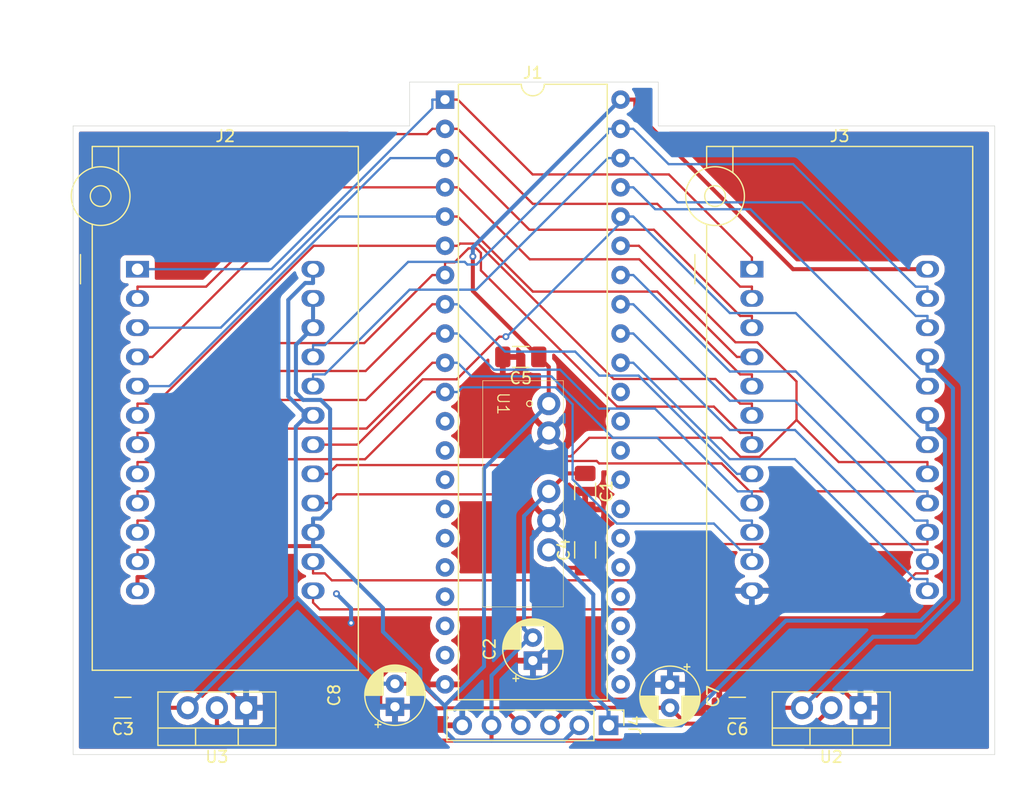
<source format=kicad_pcb>
(kicad_pcb (version 20240108) (generator "pcbnew") (generator_version "8.0")
  (layers (0 "F.Cu" signal) (31 "B.Cu" signal) (34 "B.Paste" user) (35 "F.Paste" user) (36 "B.SilkS" user "B.Silkscreen") (37 "F.SilkS" user "F.Silkscreen") (38 "B.Mask" user) (39 "F.Mask" user) (44 "Edge.Cuts" user))
  (net 0 "")
  (net 1 "GND")
  (net 2 "-12V")
  (net 3 "-9V")
  (net 4 "+12V")
  (net 5 "VCC")
  (net 6 "-5V")
  (net 7 "/ZIF_16")
  (net 8 "/ZIF_40")
  (net 9 "/ZIF_20")
  (net 10 "/ZIF_8")
  (net 11 "/ZIF_13")
  (net 12 "/ZIF_27")
  (net 13 "/ZIF_23")
  (net 14 "/ZIF_1")
  (net 15 "/ZIF_22")
  (net 16 "/ZIF_37")
  (net 17 "/ZIF_18")
  (net 18 "/ZIF_28")
  (net 19 "/ZIF_17")
  (net 20 "/ZIF_9")
  (net 21 "/ZIF_11")
  (net 22 "/ZIF_4")
  (net 23 "/ZIF_14")
  (net 24 "/ZIF_7")
  (net 25 "/ZIF_26")
  (net 26 "/ZIF_31")
  (net 27 "/ZIF_35")
  (net 28 "/ZIF_19")
  (net 29 "/ZIF_30")
  (net 30 "/ZIF_6")
  (net 31 "/ZIF_38")
  (net 32 "/ZIF_29")
  (net 33 "/ZIF_15")
  (net 34 "/ZIF_39")
  (net 35 "/ZIF_32")
  (net 36 "/ZIF_41")
  (net 37 "/ZIF_12")
  (net 38 "/ZIF_5")
  (net 39 "/ZIF_36")
  (net 40 "/ZIF_34")
  (net 41 "/ZIF_33")
  (net 42 "/ZIF_10")
  (net 43 "/ZIF_3")
  (net 44 "/ZIF_24")
  (net 45 "/ZIF_25")
  (net 46 "/ZIF_2")
  (footprint "Package_TO_SOT_THT:TO-220-3_Vertical" (layer "F.Cu") (at 119.1605 92.456 180)
    (property "Reference" "U2")
    (property "Value" "LM7905_TO220")
  )
  (footprint "Capacitor_SMD:C_1206_3216Metric_Pad1.33x1.80mm_HandSolder" (layer "F.Cu") (at 95.25 78.74 90)
    (property "Reference" "C4")
    (property "Value" "100nF")
  )
  (footprint "Socket:DIP_Socket-24_W11.9_W12.7_W15.24_W17.78_W18.5_3M_224-1275-00-0602J" (layer "F.Cu") (at 56.388 54.356)
    (property "Reference" "J2")
    (property "Value" "1702A")
  )
  (footprint "Package_DIP:DIP-42_W15.24mm" (layer "F.Cu") (at 83.0875 39.624)
    (property "Reference" "J1")
    (property "Value" "dupico connector")
  )
  (footprint "Package_TO_SOT_THT:TO-220-3_Vertical" (layer "F.Cu") (at 65.8205 92.456 180)
    (property "Reference" "U3")
    (property "Value" "LM7909_TO220")
  )
  (footprint "Capacitor_THT:CP_Radial_D5.0mm_P2.00mm" (layer "F.Cu") (at 78.74 92.3662 90)
    (property "Reference" "C8")
    (property "Value" "10uF")
  )
  (footprint "Socket:DIP_Socket-24_W11.9_W12.7_W15.24_W17.78_W18.5_3M_224-1275-00-0602J" (layer "F.Cu") (at 109.728 54.356)
    (property "Reference" "J3")
    (property "Value" "2708")
  )
  (footprint "Capacitor_THT:CP_Radial_D5.0mm_P2.00mm" (layer "F.Cu") (at 90.7125 88.36 90)
    (property "Reference" "C2")
    (property "Value" "47uF")
  )
  (footprint "Capacitor_SMD:C_1206_3216Metric_Pad1.33x1.80mm_HandSolder" (layer "F.Cu") (at 55.118 92.456 180)
    (property "Reference" "C3")
    (property "Value" "100nF")
  )
  (footprint "Custom_Power_Footprint:Recom_SIP6" (layer "F.Cu") (at 87.63 66.04 -90)
    (property "Reference" "U1")
    (property "Value" "RD-0512D")
  )
  (footprint "Capacitor_SMD:C_1206_3216Metric_Pad1.33x1.80mm_HandSolder" (layer "F.Cu") (at 95.25 73.66 -90)
    (property "Reference" "C1")
    (property "Value" "100nF")
  )
  (footprint "Capacitor_THT:CP_Radial_D5.0mm_P2.00mm" (layer "F.Cu") (at 102.616 90.456 -90)
    (property "Reference" "C7")
    (property "Value" "10uF")
  )
  (footprint "Capacitor_SMD:C_1206_3216Metric_Pad1.33x1.80mm_HandSolder" (layer "F.Cu") (at 108.458 92.456 180)
    (property "Reference" "C6")
    (property "Value" "100nF")
  )
  (footprint "Connector_PinHeader_2.54mm:PinHeader_1x06_P2.54mm_Vertical" (layer "F.Cu") (at 97.282 93.98 -90)
    (property "Reference" "J4")
    (property "Value" "Conn_01x06")
  )
  (footprint "Capacitor_SMD:C_1206_3216Metric_Pad1.33x1.80mm_HandSolder" (layer "F.Cu") (at 89.662 61.976 180)
    (property "Reference" "C5")
    (property "Value" "100nF")
  )
  (gr_line (start 80.01 41.91) (end 50.8 41.91) (stroke (width 0.05)) (layer "Edge.Cuts"))
  (gr_line (start 130.81 41.91) (end 101.6 41.91) (stroke (width 0.05)) (layer "Edge.Cuts"))
  (gr_line (start 130.81 96.52) (end 130.81 41.91) (stroke (width 0.05)) (layer "Edge.Cuts"))
  (gr_line (start 101.6 38.1) (end 80.01 38.1) (stroke (width 0.05)) (layer "Edge.Cuts"))
  (gr_line (start 50.8 41.91) (end 50.8 96.52) (stroke (width 0.05)) (layer "Edge.Cuts"))
  (gr_line (start 50.8 96.52) (end 130.81 96.52) (stroke (width 0.05)) (layer "Edge.Cuts"))
  (gr_line (start 80.01 38.1) (end 80.01 41.91) (stroke (width 0.05)) (layer "Edge.Cuts"))
  (gr_line (start 101.6 41.91) (end 101.6 38.1) (stroke (width 0.05)) (layer "Edge.Cuts"))
  (segment (start 78.2396 89.0589) (end 77.4633 89.8352) (width 0.35) (layer "F.Cu") (net 1))
  (segment (start 53.5555 92.456) (end 55.0467 90.9648) (width 0.35) (layer "F.Cu") (net 1))
  (segment (start 88.0995 64.5895) (end 92.09 68.58) (width 0.35) (layer "F.Cu") (net 1))
  (segment (start 78.74 92.3662) (end 80.0167 92.3662) (width 0.35) (layer "F.Cu") (net 1))
  (segment (start 67.341 92.3647) (end 67.2497 92.456) (width 0.35) (layer "F.Cu") (net 1))
  (segment (start 87.3718 90.424) (end 83.0875 90.424) (width 0.35) (layer "F.Cu") (net 1))
  (segment (start 90.7125 88.36) (end 89.4358 88.36) (width 0.35) (layer "F.Cu") (net 1))
  (segment (start 65.8205 92.456) (end 67.2497 92.456) (width 0.35) (layer "F.Cu") (net 1))
  (segment (start 77.4633 91.44) (end 77.4633 87.6233) (width 0.35) (layer "F.Cu") (net 1))
  (segment (start 80.4457 89.0589) (end 78.2396 89.0589) (width 0.35) (layer "F.Cu") (net 1))
  (segment (start 102.616 90.456) (end 101.3393 90.456) (width 0.35) (layer "F.Cu") (net 1))
  (segment (start 89.4358 88.36) (end 87.3718 90.424) (width 0.35) (layer "F.Cu") (net 1))
  (segment (start 95.25 75.2225) (end 95.25 77.1775) (width 0.35) (layer "F.Cu") (net 1))
  (segment (start 55.0467 90.9648) (end 64.3293 90.9648) (width 0.35) (layer "F.Cu") (net 1))
  (segment (start 77.4633 91.44) (end 77.4633 92.3647) (width 0.35) (layer "F.Cu") (net 1))
  (segment (start 106.8955 90.881) (end 106.8955 92.456) (width 0.35) (layer "F.Cu") (net 1))
  (segment (start 77.4633 92.3647) (end 77.4648 92.3662) (width 0.35) (layer "F.Cu") (net 1))
  (segment (start 84.582 93.98) (end 81.6305 93.98) (width 0.35) (layer "F.Cu") (net 1))
  (segment (start 77.4633 89.8352) (end 77.4633 91.44) (width 0.35) (layer "F.Cu") (net 1))
  (segment (start 64.3293 90.9648) (end 65.8205 92.456) (width 0.35) (layer "F.Cu") (net 1))
  (segment (start 90.7125 88.36) (end 91.9892 88.36) (width 0.35) (layer "F.Cu") (net 1))
  (segment (start 101.3393 90.456) (end 100.0428 91.7525) (width 0.35) (layer "F.Cu") (net 1))
  (segment (start 106.4705 90.456) (end 106.8955 90.881) (width 0.35) (layer "F.Cu") (net 1))
  (segment (start 117.5855 90.881) (end 119.1605 92.456) (width 0.35) (layer "F.Cu") (net 1))
  (segment (start 77.4633 92.3647) (end 67.341 92.3647) (width 0.35) (layer "F.Cu") (net 1))
  (segment (start 81.8108 90.424) (end 80.4457 89.0589) (width 0.35) (layer "F.Cu") (net 1))
  (segment (start 95.3817 91.7525) (end 91.9892 88.36) (width 0.35) (layer "F.Cu") (net 1))
  (segment (start 77.4633 87.6233) (end 74.93 85.09) (width 0.35) (layer "F.Cu") (net 1))
  (segment (start 106.8955 90.881) (end 117.5855 90.881) (width 0.35) (layer "F.Cu") (net 1))
  (segment (start 93.0675 75.2225) (end 92.09 76.2) (width 0.35) (layer "F.Cu") (net 1))
  (segment (start 95.25 75.2225) (end 93.0675 75.2225) (width 0.35) (layer "F.Cu") (net 1))
  (segment (start 88.0995 61.976) (end 88.0995 64.5895) (width 0.35) (layer "F.Cu") (net 1))
  (segment (start 83.0875 90.424) (end 81.8108 90.424) (width 0.35) (layer "F.Cu") (net 1))
  (segment (start 78.74 92.3662) (end 77.4648 92.3662) (width 0.35) (layer "F.Cu") (net 1))
  (segment (start 102.616 90.456) (end 106.4705 90.456) (width 0.35) (layer "F.Cu") (net 1))
  (segment (start 81.6305 93.98) (end 80.0167 92.3662) (width 0.35) (layer "F.Cu") (net 1))
  (segment (start 100.0428 91.7525) (end 95.3817 91.7525) (width 0.35) (layer "F.Cu") (net 1))
  (via (at 74.93 85.09) (size 0.6) (drill 0.3) (layers "F.Cu" "B.Cu") (net 1))
  (via (at 73.66 82.55) (size 0.6) (drill 0.3) (layers "F.Cu" "B.Cu") (net 1))
  (segment (start 74.93 83.82) (end 73.66 82.55) (width 0.35) (layer "B.Cu") (net 1))
  (segment (start 93.5855 74.7045) (end 92.09 76.2) (width 0.35) (layer "B.Cu") (net 1))
  (segment (start 74.93 85.09) (end 74.93 83.82) (width 0.35) (layer "B.Cu") (net 1))
  (segment (start 102.616 90.456) (end 102.616 89.1793) (width 0.35) (layer "B.Cu") (net 1))
  (segment (start 90.6124 83.1362) (end 90.6124 77.6776) (width 0.35) (layer "B.Cu") (net 1))
  (segment (start 90.7125 88.36) (end 92.0208 87.0517) (width 0.35) (layer "B.Cu") (net 1))
  (segment (start 92.09 68.58) (end 93.5855 70.0755) (width 0.35) (layer "B.Cu") (net 1))
  (segment (start 104.0414 89.1793) (end 109.728 83.4927) (width 0.35) (layer "B.Cu") (net 1))
  (segment (start 102.616 89.1793) (end 104.0414 89.1793) (width 0.35) (layer "B.Cu") (net 1))
  (segment (start 92.0208 84.5446) (end 90.6124 83.1362) (width 0.35) (layer "B.Cu") (net 1))
  (segment (start 92.0208 87.0517) (end 92.0208 84.5446) (width 0.35) (layer "B.Cu") (net 1))
  (segment (start 93.5855 70.0755) (end 93.5855 74.7045) (width 0.35) (layer "B.Cu") (net 1))
  (segment (start 109.728 82.296) (end 109.728 83.4927) (width 0.35) (layer "B.Cu") (net 1))
  (segment (start 90.6124 77.6776) (end 92.09 76.2) (width 0.35) (layer "B.Cu") (net 1))
  (segment (start 113.7698 95.3067) (end 87.122 95.3067) (width 0.35) (layer "F.Cu") (net 2))
  (segment (start 63.2805 92.456) (end 63.2805 93.9327) (width 0.35) (layer "F.Cu") (net 2))
  (segment (start 87.122 95.3067) (end 64.6545 95.3067) (width 0.35) (layer "F.Cu") (net 2))
  (segment (start 87.122 93.98) (end 87.122 95.3067) (width 0.35) (layer "F.Cu") (net 2))
  (segment (start 64.6545 95.3067) (end 63.2805 93.9327) (width 0.35) (layer "F.Cu") (net 2))
  (segment (start 116.6205 92.456) (end 113.7698 95.3067) (width 0.35) (layer "F.Cu") (net 2))
  (segment (start 93.6525 72.0975) (end 92.09 73.66) (width 0.35) (layer "F.Cu") (net 2))
  (segment (start 95.25 72.0975) (end 93.6525 72.0975) (width 0.35) (layer "F.Cu") (net 2))
  (segment (start 90.5685 86.2159) (end 87.122 89.6624) (width 0.35) (layer "B.Cu") (net 2))
  (segment (start 87.122 93.98) (end 87.122 92.6533) (width 0.35) (layer "B.Cu") (net 2))
  (segment (start 92.09 73.66) (end 89.9443 75.8057) (width 0.35) (layer "B.Cu") (net 2))
  (segment (start 89.9443 75.8057) (end 89.9443 85.5918) (width 0.35) (layer "B.Cu") (net 2))
  (segment (start 87.122 89.6624) (end 87.122 92.6533) (width 0.35) (layer "B.Cu") (net 2))
  (segment (start 89.9443 85.5918) (end 90.5685 86.2159) (width 0.35) (layer "B.Cu") (net 2))
  (segment (start 90.5685 86.2159) (end 90.7125 86.36) (width 0.35) (layer "B.Cu") (net 2))
  (segment (start 88.1833 92.5013) (end 89.662 93.98) (width 0.35) (layer "F.Cu") (net 3))
  (segment (start 78.74 90.3662) (end 79.8536 90.3662) (width 0.35) (layer "F.Cu") (net 3))
  (segment (start 81.9887 92.5013) (end 88.1833 92.5013) (width 0.35) (layer "F.Cu") (net 3))
  (segment (start 56.6805 92.456) (end 60.7405 92.456) (width 0.35) (layer "F.Cu") (net 3))
  (segment (start 79.8536 90.3662) (end 81.9887 92.5013) (width 0.35) (layer "F.Cu") (net 3))
  (segment (start 69.4773 57.0245) (end 69.4773 65.4201) (width 0.35) (layer "B.Cu") (net 3))
  (segment (start 70.1287 82.7825) (end 70.1287 68.0405) (width 0.35) (layer "B.Cu") (net 3))
  (segment (start 71.628 55.5527) (end 70.9491 55.5527) (width 0.35) (layer "B.Cu") (net 3))
  (segment (start 69.4773 65.4201) (end 71.1132 67.056) (width 0.35) (layer "B.Cu") (net 3))
  (segment (start 71.1132 67.056) (end 71.628 67.056) (width 0.35) (layer "B.Cu") (net 3))
  (segment (start 70.9491 55.5527) (end 69.4773 57.0245) (width 0.35) (layer "B.Cu") (net 3))
  (segment (start 70.2714 82.9251) (end 70.1287 82.7825) (width 0.35) (layer "B.Cu") (net 3))
  (segment (start 71.628 54.356) (end 71.628 55.5527) (width 0.35) (layer "B.Cu") (net 3))
  (segment (start 78.74 90.3662) (end 77.7124 90.3662) (width 0.35) (layer "B.Cu") (net 3))
  (segment (start 60.7405 92.456) (end 70.2714 82.9251) (width 0.35) (layer "B.Cu") (net 3))
  (segment (start 70.1287 68.0405) (end 71.1132 67.056) (width 0.35) (layer "B.Cu") (net 3))
  (segment (start 77.7124 90.3662) (end 70.2714 82.9251) (width 0.35) (layer "B.Cu") (net 3))
  (segment (start 95.25 80.3025) (end 93.6525 80.3025) (width 0.35) (layer "F.Cu") (net 4))
  (segment (start 93.6525 80.3025) (end 92.09 78.74) (width 0.35) (layer "F.Cu") (net 4))
  (segment (start 92.09 78.74) (end 95.9553 82.6053) (width 0.35) (layer "B.Cu") (net 4))
  (segment (start 124.3836 84.8841) (end 112.6821 84.8841) (width 0.35) (layer "B.Cu") (net 4))
  (segment (start 95.9553 82.6053) (end 95.9553 91.3266) (width 0.35) (layer "B.Cu") (net 4))
  (segment (start 126.4839 69.0955) (end 126.4839 82.7838) (width 0.35) (layer "B.Cu") (net 4))
  (segment (start 112.6821 84.8841) (end 103.5862 93.98) (width 0.35) (layer "B.Cu") (net 4))
  (segment (start 97.282 93.98) (end 97.282 92.6533) (width 0.35) (layer "B.Cu") (net 4))
  (segment (start 124.968 68.2527) (end 125.6411 68.2527) (width 0.35) (layer "B.Cu") (net 4))
  (segment (start 126.4839 82.7838) (end 124.3836 84.8841) (width 0.35) (layer "B.Cu") (net 4))
  (segment (start 124.968 67.056) (end 124.968 68.2527) (width 0.35) (layer "B.Cu") (net 4))
  (segment (start 125.6411 68.2527) (end 126.4839 69.0955) (width 0.35) (layer "B.Cu") (net 4))
  (segment (start 103.5862 93.98) (end 97.282 93.98) (width 0.35) (layer "B.Cu") (net 4))
  (segment (start 95.9553 91.3266) (end 97.282 92.6533) (width 0.35) (layer "B.Cu") (net 4))
  (segment (start 60.2713 78.4127) (end 57.5847 81.0993) (width 0.35) (layer "F.Cu") (net 5))
  (segment (start 99.6042 40.6613) (end 113.2989 54.356) (width 0.35) (layer "F.Cu") (net 5))
  (segment (start 99.6042 39.624) (end 99.6042 40.6613) (width 0.35) (layer "F.Cu") (net 5))
  (segment (start 85.5008 56.2495) (end 85.5008 53.2466) (width 0.35) (layer "F.Cu") (net 5))
  (segment (start 57.5847 81.0993) (end 56.388 81.0993) (width 0.35) (layer "F.Cu") (net 5))
  (segment (start 113.2989 54.356) (end 124.968 54.356) (width 0.35) (layer "F.Cu") (net 5))
  (segment (start 71.628 78.4127) (end 60.2713 78.4127) (width 0.35) (layer "F.Cu") (net 5))
  (segment (start 92.09 62.8415) (end 92.09 66.04) (width 0.35) (layer "F.Cu") (net 5))
  (segment (start 56.388 82.296) (end 56.388 81.0993) (width 0.35) (layer "F.Cu") (net 5))
  (segment (start 98.3275 39.624) (end 99.6042 39.624) (width 0.35) (layer "F.Cu") (net 5))
  (segment (start 91.2245 61.976) (end 91.2245 61.9732) (width 0.35) (layer "F.Cu") (net 5))
  (segment (start 91.2245 61.9732) (end 85.5008 56.2495) (width 0.35) (layer "F.Cu") (net 5))
  (segment (start 91.2245 61.976) (end 92.09 62.8415) (width 0.35) (layer "F.Cu") (net 5))
  (segment (start 71.628 77.216) (end 71.628 78.4127) (width 0.35) (layer "F.Cu") (net 5))
  (via (at 85.5008 53.2466) (size 0.6) (drill 0.3) (layers "F.Cu" "B.Cu") (net 5))
  (segment (start 72.297 65.7127) (end 70.772 65.7127) (width 0.35) (layer "B.Cu") (net 5))
  (segment (start 80.9427 90.1772) (end 80.9427 89.091) (width 0.35) (layer "B.Cu") (net 5))
  (segment (start 77.6952 85.8435) (end 77.6952 83.801) (width 0.35) (layer "B.Cu") (net 5))
  (segment (start 85.5008 52.4507) (end 85.5008 53.2466) (width 0.35) (layer "B.Cu") (net 5))
  (segment (start 83.0478 92.2822) (end 80.9427 90.1772) (width 0.35) (layer "B.Cu") (net 5))
  (segment (start 83.9335 95.3139) (end 83.1158 94.4962) (width 0.35) (layer "B.Cu") (net 5))
  (segment (start 83.0478 92.2822) (end 86.4703 88.8597) (width 0.35) (layer "B.Cu") (net 5))
  (segment (start 73.1086 75.2118) (end 73.1086 66.5243) (width 0.35) (layer "B.Cu") (net 5))
  (segment (start 71.628 76.0193) (end 72.3011 76.0193) (width 0.35) (layer "B.Cu") (net 5))
  (segment (start 72.3011 76.0193) (end 73.1086 75.2118) (width 0.35) (layer "B.Cu") (net 5))
  (segment (start 98.3275 39.624) (end 85.5008 52.4507) (width 0.35) (layer "B.Cu") (net 5))
  (segment (start 86.4703 88.8597) (end 86.4703 71.6597) (width 0.35) (layer "B.Cu") (net 5))
  (segment (start 93.4081 95.3139) (end 83.9335 95.3139) (width 0.35) (layer "B.Cu") (net 5))
  (segment (start 83.1158 92.3503) (end 83.0478 92.2822) (width 0.35) (layer "B.Cu") (net 5))
  (segment (start 70.772 65.7127) (end 70.1409 65.0816) (width 0.35) (layer "B.Cu") (net 5))
  (segment (start 72.3069 78.4127) (end 71.628 78.4127) (width 0.35) (layer "B.Cu") (net 5))
  (segment (start 73.1086 66.5243) (end 72.297 65.7127) (width 0.35) (layer "B.Cu") (net 5))
  (segment (start 83.1158 94.4962) (end 83.1158 92.3503) (width 0.35) (layer "B.Cu") (net 5))
  (segment (start 80.9427 89.091) (end 77.6952 85.8435) (width 0.35) (layer "B.Cu") (net 5))
  (segment (start 71.628 77.216) (end 71.628 78.4127) (width 0.35) (layer "B.Cu") (net 5))
  (segment (start 77.6952 83.801) (end 72.3069 78.4127) (width 0.35) (layer "B.Cu") (net 5))
  (segment (start 71.628 59.436) (end 71.628 56.896) (width 0.35) (layer "B.Cu") (net 5))
  (segment (start 86.4703 71.6597) (end 92.09 66.04) (width 0.35) (layer "B.Cu") (net 5))
  (segment (start 70.1409 65.0816) (end 70.1409 60.9231) (width 0.35) (layer "B.Cu") (net 5))
  (segment (start 70.1409 60.9231) (end 71.628 59.436) (width 0.35) (layer "B.Cu") (net 5))
  (segment (start 94.742 93.98) (end 93.4081 95.3139) (width 0.35) (layer "B.Cu") (net 5))
  (segment (start 71.628 77.216) (end 71.628 76.0193) (width 0.35) (layer "B.Cu") (net 5))
  (segment (start 110.0205 92.456) (end 112.6513 92.456) (width 0.35) (layer "F.Cu") (net 6))
  (segment (start 108.64 93.8365) (end 103.9965 93.8365) (width 0.35) (layer "F.Cu") (net 6))
  (segment (start 92.202 93.98) (end 93.726 92.456) (width 0.35) (layer "F.Cu") (net 6))
  (segment (start 93.726 92.456) (end 102.616 92.456) (width 0.35) (layer "F.Cu") (net 6))
  (segment (start 103.9965 93.8365) (end 102.616 92.456) (width 0.35) (layer "F.Cu") (net 6))
  (segment (start 110.0205 92.456) (end 108.64 93.8365) (width 0.35) (layer "F.Cu") (net 6))
  (segment (start 114.0805 92.456) (end 112.6513 92.456) (width 0.35) (layer "F.Cu") (net 6))
  (segment (start 120.2464 86.2901) (end 123.9138 86.2901) (width 0.35) (layer "B.Cu") (net 6))
  (segment (start 124.968 61.976) (end 124.968 63.1727) (width 0.35) (layer "B.Cu") (net 6))
  (segment (start 125.6469 63.1727) (end 124.968 63.1727) (width 0.35) (layer "B.Cu") (net 6))
  (segment (start 114.0805 92.456) (end 120.2464 86.2901) (width 0.35) (layer "B.Cu") (net 6))
  (segment (start 127.1804 64.7062) (end 125.6469 63.1727) (width 0.35) (layer "B.Cu") (net 6))
  (segment (start 127.1804 83.0235) (end 127.1804 64.7062) (width 0.35) (layer "B.Cu") (net 6))
  (segment (start 123.9138 86.2901) (end 127.1804 83.0235) (width 0.35) (layer "B.Cu") (net 6))
  (segment (start 98.3275 44.704) (end 99.4292 44.704) (width 0.2) (layer "B.Cu") (net 8))
  (segment (start 99.4292 44.704) (end 103.2726 48.5474) (width 0.2) (layer "B.Cu") (net 8))
  (segment (start 114.0794 48.5474) (end 123.9463 58.4143) (width 0.2) (layer "B.Cu") (net 8))
  (segment (start 97.2258 44.704) (end 85.7958 56.134) (width 0.2) (layer "B.Cu") (net 8))
  (segment (start 98.3275 44.704) (end 97.2258 44.704) (width 0.2) (layer "B.Cu") (net 8))
  (segment (start 80.01 56.134) (end 72.6497 63.4943) (width 0.2) (layer "B.Cu") (net 8))
  (segment (start 103.2726 48.5474) (end 114.0794 48.5474) (width 0.2) (layer "B.Cu") (net 8))
  (segment (start 124.968 59.436) (end 124.968 58.4143) (width 0.2) (layer "B.Cu") (net 8))
  (segment (start 85.7958 56.134) (end 80.01 56.134) (width 0.2) (layer "B.Cu") (net 8))
  (segment (start 72.6497 63.4943) (end 71.628 63.4943) (width 0.2) (layer "B.Cu") (net 8))
  (segment (start 71.628 64.516) (end 71.628 63.4943) (width 0.2) (layer "B.Cu") (net 8))
  (segment (start 123.9463 58.4143) (end 124.968 58.4143) (width 0.2) (layer "B.Cu") (net 8))
  (segment (start 83.0875 57.404) (end 81.9858 57.404) (width 0.2) (layer "F.Cu") (net 10))
  (segment (start 81.9858 57.404) (end 76.1927 63.1971) (width 0.2) (layer "F.Cu") (net 10))
  (segment (start 76.1927 63.1971) (end 65.3268 63.1971) (width 0.2) (layer "F.Cu") (net 10))
  (segment (start 65.3268 63.1971) (end 57.4096 71.1143) (width 0.2) (layer "F.Cu") (net 10))
  (segment (start 56.388 72.136) (end 56.388 71.1143) (width 0.2) (layer "F.Cu") (net 10))
  (segment (start 57.4096 71.1143) (end 56.388 71.1143) (width 0.2) (layer "F.Cu") (net 10))
  (segment (start 99.8909 63.6006) (end 108.4263 72.136) (width 0.2) (layer "B.Cu") (net 10))
  (segment (start 96.4724 63.6006) (end 99.8909 63.6006) (width 0.2) (layer "B.Cu") (net 10))
  (segment (start 83.0875 57.404) (end 84.1892 57.404) (width 0.2) (layer "B.Cu") (net 10))
  (segment (start 109.728 72.136) (end 108.4263 72.136) (width 0.2) (layer "B.Cu") (net 10))
  (segment (start 88.2989 61.5137) (end 94.3855 61.5137) (width 0.2) (layer "B.Cu") (net 10))
  (segment (start 84.1892 57.404) (end 88.2989 61.5137) (width 0.2) (layer "B.Cu") (net 10))
  (segment (start 94.3855 61.5137) (end 96.4724 63.6006) (width 0.2) (layer "B.Cu") (net 10))
  (segment (start 102.5189 46.1252) (end 109.728 53.3343) (width 0.2) (layer "F.Cu") (net 14))
  (segment (start 90.6904 46.1252) (end 102.5189 46.1252) (width 0.2) (layer "F.Cu") (net 14))
  (segment (start 83.0875 39.624) (end 84.1892 39.624) (width 0.2) (layer "F.Cu") (net 14))
  (segment (start 84.1892 39.624) (end 90.6904 46.1252) (width 0.2) (layer "F.Cu") (net 14))
  (segment (start 109.728 54.356) (end 109.728 53.3343) (width 0.2) (layer "F.Cu") (net 14))
  (segment (start 68.0163 54.356) (end 81.9858 40.3865) (width 0.2) (layer "B.Cu") (net 14))
  (segment (start 83.0875 39.624) (end 81.9858 39.624) (width 0.2) (layer "B.Cu") (net 14))
  (segment (start 56.388 54.356) (end 68.0163 54.356) (width 0.2) (layer "B.Cu") (net 14))
  (segment (start 81.9858 40.3865) (end 81.9858 39.624) (width 0.2) (layer "B.Cu") (net 14))
  (segment (start 72.9297 72.136) (end 73.6917 71.374) (width 0.2) (layer "F.Cu") (net 16))
  (segment (start 110.1935 60.706) (end 108.2986 60.706) (width 0.2) (layer "F.Cu") (net 16))
  (segment (start 91.2762 71.374) (end 92.0339 70.6163) (width 0.2) (layer "F.Cu") (net 16))
  (segment (start 95.6093 69.0009) (end 107.0728 69.0009) (width 0.2) (layer "F.Cu") (net 16))
  (segment (start 124.968 72.136) (end 124.968 71.1143) (width 0.2) (layer "F.Cu") (net 16))
  (segment (start 113.6015 67.448) (end 117.2678 71.1143) (width 0.2) (layer "F.Cu") (net 16))
  (segment (start 93.9939 70.6163) (end 95.6093 69.0009) (width 0.2) (layer "F.Cu") (net 16))
  (segment (start 107.0728 69.0009) (end 108.7324 70.6605) (width 0.2) (layer "F.Cu") (net 16))
  (segment (start 71.628 72.136) (end 72.9297 72.136) (width 0.2) (layer "F.Cu") (net 16))
  (segment (start 110.389 70.6605) (end 113.6015 67.448) (width 0.2) (layer "F.Cu") (net 16))
  (segment (start 113.6015 64.114) (end 110.1935 60.706) (width 0.2) (layer "F.Cu") (net 16))
  (segment (start 117.2678 71.1143) (end 124.968 71.1143) (width 0.2) (layer "F.Cu") (net 16))
  (segment (start 99.9166 52.324) (end 98.3275 52.324) (width 0.2) (layer "F.Cu") (net 16))
  (segment (start 113.6015 67.448) (end 113.6015 64.114) (width 0.2) (layer "F.Cu") (net 16))
  (segment (start 108.2986 60.706) (end 99.9166 52.324) (width 0.2) (layer "F.Cu") (net 16))
  (segment (start 73.6917 71.374) (end 91.2762 71.374) (width 0.2) (layer "F.Cu") (net 16))
  (segment (start 108.7324 70.6605) (end 110.389 70.6605) (width 0.2) (layer "F.Cu") (net 16))
  (segment (start 92.0339 70.6163) (end 93.9939 70.6163) (width 0.2) (layer "F.Cu") (net 16))
  (segment (start 57.4097 73.6543) (end 56.388 73.6543) (width 0.2) (layer "F.Cu") (net 20))
  (segment (start 56.388 74.676) (end 56.388 73.6543) (width 0.2) (layer "F.Cu") (net 20))
  (segment (start 83.0875 59.944) (end 81.9858 59.944) (width 0.2) (layer "F.Cu") (net 20))
  (segment (start 81.9858 59.944) (end 76.2145 65.7153) (width 0.2) (layer "F.Cu") (net 20))
  (segment (start 76.2145 65.7153) (end 65.3487 65.7153) (width 0.2) (layer "F.Cu") (net 20))
  (segment (start 65.3487 65.7153) (end 57.4097 73.6543) (width 0.2) (layer "F.Cu") (net 20))
  (segment (start 93.0781 63.0862) (end 96.4542 66.4623) (width 0.2) (layer "B.Cu") (net 20))
  (segment (start 87.3314 63.0862) (end 93.0781 63.0862) (width 0.2) (layer "B.Cu") (net 20))
  (segment (start 109.728 74.676) (end 109.728 73.6543) (width 0.2) (layer "B.Cu") (net 20))
  (segment (start 83.0875 59.944) (end 84.1892 59.944) (width 0.2) (layer "B.Cu") (net 20))
  (segment (start 101.3046 66.4623) (end 108.4966 73.6543) (width 0.2) (layer "B.Cu") (net 20))
  (segment (start 96.4542 66.4623) (end 101.3046 66.4623) (width 0.2) (layer "B.Cu") (net 20))
  (segment (start 108.4966 73.6543) (end 109.728 73.6543) (width 0.2) (layer "B.Cu") (net 20))
  (segment (start 84.1892 59.944) (end 87.3314 63.0862) (width 0.2) (layer "B.Cu") (net 20))
  (segment (start 76.1438 70.866) (end 81.9858 65.024) (width 0.2) (layer "F.Cu") (net 21))
  (segment (start 65.278 70.866) (end 76.1438 70.866) (width 0.2) (layer "F.Cu") (net 21))
  (segment (start 56.388 78.7343) (end 57.4097 78.7343) (width 0.2) (layer "F.Cu") (net 21))
  (segment (start 56.388 79.756) (end 56.388 78.7343) (width 0.2) (layer "F.Cu") (net 21))
  (segment (start 57.4097 78.7343) (end 65.278 70.866) (width 0.2) (layer "F.Cu") (net 21))
  (segment (start 83.0875 65.024) (end 81.9858 65.024) (width 0.2) (layer "F.Cu") (net 21))
  (segment (start 84.1892 65.024) (end 84.5956 64.6176) (width 0.2) (layer "B.Cu") (net 21))
  (segment (start 106.426 76.454) (end 108.7063 78.7343) (width 0.2) (layer "B.Cu") (net 21))
  (segment (start 94.1622 72.6161) (end 98.0001 76.454) (width 0.2) (layer "B.Cu") (net 21))
  (segment (start 83.0875 65.024) (end 84.1892 65.024) (width 0.2) (layer "B.Cu") (net 21))
  (segment (start 108.7063 78.7343) (end 109.728 78.7343) (width 0.2) (layer "B.Cu") (net 21))
  (segment (start 94.1622 66.1043) (end 94.1622 72.6161) (width 0.2) (layer "B.Cu") (net 21))
  (segment (start 98.0001 76.454) (end 106.426 76.454) (width 0.2) (layer "B.Cu") (net 21))
  (segment (start 92.6755 64.6176) (end 94.1622 66.1043) (width 0.2) (layer "B.Cu") (net 21))
  (segment (start 109.728 79.756) (end 109.728 78.7343) (width 0.2) (layer "B.Cu") (net 21))
  (segment (start 84.5956 64.6176) (end 92.6755 64.6176) (width 0.2) (layer "B.Cu") (net 21))
  (segment (start 83.6384 47.244) (end 83.0875 47.244) (width 0.2) (layer "F.Cu") (net 22))
  (segment (start 109.728 61.976) (end 108.4263 61.976) (width 0.2) (layer "F.Cu") (net 22))
  (segment (start 99.9475 53.4972) (end 108.4263 61.976) (width 0.2) (layer "F.Cu") (net 22))
  (segment (start 83.0875 47.244) (end 72.4217 47.244) (width 0.2) (layer "F.Cu") (net 22))
  (segment (start 72.4217 47.244) (end 57.6897 61.976) (width 0.2) (layer "F.Cu") (net 22))
  (segment (start 90.4424 53.4972) (end 99.9475 53.4972) (width 0.2) (layer "F.Cu") (net 22))
  (segment (start 84.1892 47.244) (end 90.4424 53.4972) (width 0.2) (layer "F.Cu") (net 22))
  (segment (start 56.388 61.976) (end 57.6897 61.976) (width 0.2) (layer "F.Cu") (net 22))
  (segment (start 83.6384 47.244) (end 84.1892 47.244) (width 0.2) (layer "F.Cu") (net 22))
  (segment (start 83.0875 54.864) (end 83.0875 53.7623) (width 0.2) (layer "F.Cu") (net 24))
  (segment (start 65.2073 60.7767) (end 57.4097 68.5743) (width 0.2) (layer "F.Cu") (net 24))
  (segment (start 83.0875 53.7623) (end 83.9138 53.7623) (width 0.2) (layer "F.Cu") (net 24))
  (segment (start 81.9858 54.864) (end 76.0731 60.7767) (width 0.2) (layer "F.Cu") (net 24))
  (segment (start 108.7063 68.5743) (end 109.728 68.5743) (width 0.2) (layer "F.Cu") (net 24))
  (segment (start 85.1313 52.5448) (end 85.7954 52.5448) (width 0.2) (layer "F.Cu") (net 24))
  (segment (start 106.426 66.294) (end 108.7063 68.5743) (width 0.2) (layer "F.Cu") (net 24))
  (segment (start 82.5367 54.864) (end 83.0875 54.864) (width 0.2) (layer "F.Cu") (net 24))
  (segment (start 109.728 69.596) (end 109.728 68.5743) (width 0.2) (layer "F.Cu") (net 24))
  (segment (start 82.5367 54.864) (end 81.9858 54.864) (width 0.2) (layer "F.Cu") (net 24))
  (segment (start 83.9138 53.7623) (end 85.1313 52.5448) (width 0.2) (layer "F.Cu") (net 24))
  (segment (start 56.388 69.596) (end 56.388 68.5743) (width 0.2) (layer "F.Cu") (net 24))
  (segment (start 76.0731 60.7767) (end 65.2073 60.7767) (width 0.2) (layer "F.Cu") (net 24))
  (segment (start 85.7954 52.5448) (end 86.2026 52.952) (width 0.2) (layer "F.Cu") (net 24))
  (segment (start 57.4097 68.5743) (end 56.388 68.5743) (width 0.2) (layer "F.Cu") (net 24))
  (segment (start 86.2026 52.952) (end 86.2026 54.4685) (width 0.2) (layer "F.Cu") (net 24))
  (segment (start 98.0281 66.294) (end 106.426 66.294) (width 0.2) (layer "F.Cu") (net 24))
  (segment (start 86.2026 54.4685) (end 98.0281 66.294) (width 0.2) (layer "F.Cu") (net 24))
  (segment (start 102.1751 81.3845) (end 73.2565 81.3845) (width 0.2) (layer "F.Cu") (net 27))
  (segment (start 124.968 78.2377) (end 105.3219 78.2377) (width 0.2) (layer "F.Cu") (net 27))
  (segment (start 73.2565 81.3845) (end 72.6497 80.7777) (width 0.2) (layer "F.Cu") (net 27))
  (segment (start 71.628 79.756) (end 71.628 80.7777) (width 0.2) (layer "F.Cu") (net 27))
  (segment (start 124.968 77.216) (end 124.968 78.2377) (width 0.2) (layer "F.Cu") (net 27))
  (segment (start 105.3219 78.2377) (end 102.1751 81.3845) (width 0.2) (layer "F.Cu") (net 27))
  (segment (start 72.6497 80.7777) (end 71.628 80.7777) (width 0.2) (layer "F.Cu") (net 27))
  (segment (start 124.968 77.216) (end 124.968 76.1943) (width 0.2) (layer "B.Cu") (net 27))
  (segment (start 107.8112 65.786) (end 113.4688 65.786) (width 0.2) (layer "B.Cu") (net 27))
  (segment (start 113.4688 65.786) (end 123.8771 76.1943) (width 0.2) (layer "B.Cu") (net 27))
  (segment (start 98.3275 57.404) (end 99.4292 57.404) (width 0.2) (layer "B.Cu") (net 27))
  (segment (start 99.4292 57.404) (end 107.8112 65.786) (width 0.2) (layer "B.Cu") (net 27))
  (segment (start 123.8771 76.1943) (end 124.968 76.1943) (width 0.2) (layer "B.Cu") (net 27))
  (segment (start 109.728 67.056) (end 109.728 66.0343) (width 0.2) (layer "F.Cu") (net 30))
  (segment (start 109.728 66.0343) (end 108.7063 66.0343) (width 0.2) (layer "F.Cu") (net 30))
  (segment (start 108.7063 66.0343) (end 106.5665 63.8945) (width 0.2) (layer "F.Cu") (net 30))
  (segment (start 57.9776 66.0343) (end 71.6879 52.324) (width 0.2) (layer "F.Cu") (net 30))
  (segment (start 85.9545 52.1337) (end 84.3795 52.1337) (width 0.2) (layer "F.Cu") (net 30))
  (segment (start 84.3795 52.1337) (end 84.1892 52.324) (width 0.2) (layer "F.Cu") (net 30))
  (segment (start 106.5665 63.8945) (end 97.7153 63.8945) (width 0.2) (layer "F.Cu") (net 30))
  (segment (start 56.388 67.056) (end 56.388 66.0343) (width 0.2) (layer "F.Cu") (net 30))
  (segment (start 83.0875 52.324) (end 84.1892 52.324) (width 0.2) (layer "F.Cu") (net 30))
  (segment (start 56.388 66.0343) (end 57.9776 66.0343) (width 0.2) (layer "F.Cu") (net 30))
  (segment (start 71.6879 52.324) (end 83.0875 52.324) (width 0.2) (layer "F.Cu") (net 30))
  (segment (start 97.7153 63.8945) (end 85.9545 52.1337) (width 0.2) (layer "F.Cu") (net 30))
  (segment (start 84.106 63.9223) (end 87.8111 60.2172) (width 0.2) (layer "F.Cu") (net 31))
  (segment (start 87.8111 60.2172) (end 88.37 60.2172) (width 0.2) (layer "F.Cu") (net 31))
  (segment (start 71.628 69.596) (end 75.4769 69.596) (width 0.2) (layer "F.Cu") (net 31))
  (segment (start 75.4769 69.596) (end 81.1506 63.9223) (width 0.2) (layer "F.Cu") (net 31))
  (segment (start 81.1506 63.9223) (end 84.106 63.9223) (width 0.2) (layer "F.Cu") (net 31))
  (via (at 88.37 60.2172) (size 0.6) (drill 0.3) (layers "F.Cu" "B.Cu") (net 31))
  (segment (start 113.538 58.166) (end 124.968 69.596) (width 0.2) (layer "B.Cu") (net 31))
  (segment (start 99.4292 49.784) (end 107.8112 58.166) (width 0.2) (layer "B.Cu") (net 31))
  (segment (start 107.8112 58.166) (end 113.538 58.166) (width 0.2) (layer "B.Cu") (net 31))
  (segment (start 98.8784 49.784) (end 88.4452 60.2172) (width 0.2) (layer "B.Cu") (net 31))
  (segment (start 88.4452 60.2172) (end 88.37 60.2172) (width 0.2) (layer "B.Cu") (net 31))
  (segment (start 98.8784 49.784) (end 99.4292 49.784) (width 0.2) (layer "B.Cu") (net 31))
  (segment (start 98.3275 49.784) (end 98.8784 49.784) (width 0.2) (layer "B.Cu") (net 31))
  (segment (start 101.3343 49.1491) (end 109.6011 49.1491) (width 0.2) (layer "B.Cu") (net 34))
  (segment (start 109.6011 49.1491) (end 124.968 64.516) (width 0.2) (layer "B.Cu") (net 34))
  (segment (start 99.4292 47.244) (end 101.3343 49.1491) (width 0.2) (layer "B.Cu") (net 34))
  (segment (start 98.3275 47.244) (end 99.4292 47.244) (width 0.2) (layer "B.Cu") (net 34))
  (segment (start 85.0279 53.951) (end 85.817 53.951) (width 0.2) (layer "B.Cu") (net 36))
  (segment (start 102.498 45.2328) (end 99.4292 42.164) (width 0.2) (layer "B.Cu") (net 36))
  (segment (start 124.968 55.8743) (end 123.9463 55.8743) (width 0.2) (layer "B.Cu") (net 36))
  (segment (start 98.3275 42.164) (end 99.4292 42.164) (width 0.2) (layer "B.Cu") (net 36))
  (segment (start 85.817 53.951) (end 97.2258 42.5422) (width 0.2) (layer "B.Cu") (net 36))
  (segment (start 97.2258 42.5422) (end 97.2258 42.164) (width 0.2) (layer "B.Cu") (net 36))
  (segment (start 123.9463 55.8743) (end 113.3048 45.2328) (width 0.2) (layer "B.Cu") (net 36))
  (segment (start 79.8867 53.7173) (end 84.7942 53.7173) (width 0.2) (layer "B.Cu") (net 36))
  (segment (start 98.3275 42.164) (end 97.2258 42.164) (width 0.2) (layer "B.Cu") (net 36))
  (segment (start 84.7942 53.7173) (end 85.0279 53.951) (width 0.2) (layer "B.Cu") (net 36))
  (segment (start 71.628 60.9543) (end 72.6497 60.9543) (width 0.2) (layer "B.Cu") (net 36))
  (segment (start 113.3048 45.2328) (end 102.498 45.2328) (width 0.2) (layer "B.Cu") (net 36))
  (segment (start 124.968 56.896) (end 124.968 55.8743) (width 0.2) (layer "B.Cu") (net 36))
  (segment (start 71.628 61.976) (end 71.628 60.9543) (width 0.2) (layer "B.Cu") (net 36))
  (segment (start 72.6497 60.9543) (end 79.8867 53.7173) (width 0.2) (layer "B.Cu") (net 36))
  (segment (start 101.5143 56.3023) (end 90.7075 56.3023) (width 0.2) (layer "F.Cu") (net 38))
  (segment (start 109.728 64.516) (end 109.728 63.4943) (width 0.2) (layer "F.Cu") (net 38))
  (segment (start 90.7075 56.3023) (end 84.1892 49.784) (width 0.2) (layer "F.Cu") (net 38))
  (segment (start 83.0875 49.784) (end 84.1892 49.784) (width 0.2) (layer "F.Cu") (net 38))
  (segment (start 108.7063 63.4943) (end 101.5143 56.3023) (width 0.2) (layer "F.Cu") (net 38))
  (segment (start 109.728 63.4943) (end 108.7063 63.4943) (width 0.2) (layer "F.Cu") (net 38))
  (segment (start 73.8857 49.7841) (end 81.9858 49.7841) (width 0.2) (layer "B.Cu") (net 38))
  (segment (start 59.1538 64.516) (end 73.8857 49.7841) (width 0.2) (layer "B.Cu") (net 38))
  (segment (start 56.388 64.516) (end 59.1538 64.516) (width 0.2) (layer "B.Cu") (net 38))
  (segment (start 81.9858 49.7841) (end 81.9858 49.784) (width 0.2) (layer "B.Cu") (net 38))
  (segment (start 83.0875 49.784) (end 81.9858 49.784) (width 0.2) (layer "B.Cu") (net 38))
  (segment (start 96.2526 71.018) (end 96.4626 71.228) (width 0.2) (layer "F.Cu") (net 39))
  (segment (start 109.5214 73.6543) (end 124.968 73.6543) (width 0.2) (layer "F.Cu") (net 39))
  (segment (start 92.5519 71.018) (end 96.2526 71.018) (width 0.2) (layer "F.Cu") (net 39))
  (segment (start 124.968 74.676) (end 124.968 73.6543) (width 0.2) (layer "F.Cu") (net 39))
  (segment (start 73.6917 73.914) (end 89.6559 73.914) (width 0.2) (layer "F.Cu") (net 39))
  (segment (start 89.6559 73.914) (end 92.5519 71.018) (width 0.2) (layer "F.Cu") (net 39))
  (segment (start 107.0952 71.228) (end 107.0952 71.2281) (width 0.2) (layer "F.Cu") (net 39))
  (segment (start 96.4626 71.228) (end 107.0952 71.228) (width 0.2) (layer "F.Cu") (net 39))
  (segment (start 72.9297 74.676) (end 73.6917 73.914) (width 0.2) (layer "F.Cu") (net 39))
  (segment (start 71.628 74.676) (end 72.9297 74.676) (width 0.2) (layer "F.Cu") (net 39))
  (segment (start 107.0952 71.2281) (end 109.5214 73.6543) (width 0.2) (layer "F.Cu") (net 39))
  (segment (start 113.538 63.246) (end 123.9463 73.6543) (width 0.2) (layer "B.Cu") (net 39))
  (segment (start 124.968 74.676) (end 124.968 73.6543) (width 0.2) (layer "B.Cu") (net 39))
  (segment (start 98.3275 54.864) (end 99.4292 54.864) (width 0.2) (layer "B.Cu") (net 39))
  (segment (start 107.8112 63.246) (end 113.538 63.246) (width 0.2) (layer "B.Cu") (net 39))
  (segment (start 123.9463 73.6543) (end 124.968 73.6543) (width 0.2) (layer "B.Cu") (net 39))
  (segment (start 99.4292 54.864) (end 107.8112 63.246) (width 0.2) (layer "B.Cu") (net 39))
  (segment (start 124.968 80.7777) (end 123.9463 80.7777) (width 0.2) (layer "F.Cu") (net 40))
  (segment (start 72.2176 83.9073) (end 71.628 83.3177) (width 0.2) (layer "F.Cu") (net 40))
  (segment (start 120.8167 83.9073) (end 72.2176 83.9073) (width 0.2) (layer "F.Cu") (net 40))
  (segment (start 123.9463 80.7777) (end 120.8167 83.9073) (width 0.2) (layer "F.Cu") (net 40))
  (segment (start 124.968 79.756) (end 124.968 80.7777) (width 0.2) (layer "F.Cu") (net 40))
  (segment (start 71.628 82.296) (end 71.628 83.3177) (width 0.2) (layer "F.Cu") (net 40))
  (segment (start 113.4688 68.326) (end 123.8771 78.7343) (width 0.2) (layer "B.Cu") (net 40))
  (segment (start 99.4292 59.944) (end 107.8112 68.326) (width 0.2) (layer "B.Cu") (net 40))
  (segment (start 123.8771 78.7343) (end 124.968 78.7343) (width 0.2) (layer "B.Cu") (net 40))
  (segment (start 124.968 79.756) (end 124.968 78.7343) (width 0.2) (layer "B.Cu") (net 40))
  (segment (start 98.3275 59.944) (end 99.4292 59.944) (width 0.2) (layer "B.Cu") (net 40))
  (segment (start 107.8112 68.326) (end 113.4688 68.326) (width 0.2) (layer "B.Cu") (net 40))
  (segment (start 98.3275 62.484) (end 99.4292 62.484) (width 0.2) (layer "B.Cu") (net 41))
  (segment (start 124.968 81.2743) (end 123.8771 81.2743) (width 0.2) (layer "B.Cu") (net 41))
  (segment (start 113.4613 70.8585) (end 107.8037 70.8585) (width 0.2) (layer "B.Cu") (net 41))
  (segment (start 124.968 82.296) (end 124.968 81.2743) (width 0.2) (layer "B.Cu") (net 41))
  (segment (start 123.8771 81.2743) (end 113.4613 70.8585) (width 0.2) (layer "B.Cu") (net 41))
  (segment (start 107.8037 70.8585) (end 99.4292 62.484) (width 0.2) (layer "B.Cu") (net 41))
  (segment (start 67.1062 68.2011) (end 59.113 76.1943) (width 0.2) (layer "F.Cu") (net 42))
  (segment (start 76.2687 68.2011) (end 67.1062 68.2011) (width 0.2) (layer "F.Cu") (net 42))
  (segment (start 82.5367 62.484) (end 83.0875 62.484) (width 0.2) (layer "F.Cu") (net 42))
  (segment (start 81.9858 62.484) (end 76.2687 68.2011) (width 0.2) (layer "F.Cu") (net 42))
  (segment (start 82.5367 62.484) (end 81.9858 62.484) (width 0.2) (layer "F.Cu") (net 42))
  (segment (start 56.388 77.216) (end 56.388 76.1943) (width 0.2) (layer "F.Cu") (net 42))
  (segment (start 59.113 76.1943) (end 56.388 76.1943) (width 0.2) (layer "F.Cu") (net 42))
  (segment (start 97.6558 69.0023) (end 92.3191 63.6656) (width 0.2) (layer "B.Cu") (net 42))
  (segment (start 85.3708 63.6656) (end 84.1892 62.484) (width 0.2) (layer "B.Cu") (net 42))
  (segment (start 83.0875 62.484) (end 84.1892 62.484) (width 0.2) (layer "B.Cu") (net 42))
  (segment (start 108.7063 76.1943) (end 101.5143 69.0023) (width 0.2) (layer "B.Cu") (net 42))
  (segment (start 92.3191 63.6656) (end 85.3708 63.6656) (width 0.2) (layer "B.Cu") (net 42))
  (segment (start 109.728 77.216) (end 109.728 76.1943) (width 0.2) (layer "B.Cu") (net 42))
  (segment (start 101.5143 69.0023) (end 97.6558 69.0023) (width 0.2) (layer "B.Cu") (net 42))
  (segment (start 109.728 76.1943) (end 108.7063 76.1943) (width 0.2) (layer "B.Cu") (net 42))
  (segment (start 109.728 59.436) (end 109.728 58.4143) (width 0.2) (layer "F.Cu") (net 43))
  (segment (start 101.2195 50.9275) (end 108.7063 58.4143) (width 0.2) (layer "F.Cu") (net 43))
  (segment (start 108.7063 58.4143) (end 109.728 58.4143) (width 0.2) (layer "F.Cu") (net 43))
  (segment (start 84.1892 44.704) (end 90.4127 50.9275) (width 0.2) (layer "F.Cu") (net 43))
  (segment (start 90.4127 50.9275) (end 101.2195 50.9275) (width 0.2) (layer "F.Cu") (net 43))
  (segment (start 83.0875 44.704) (end 84.1892 44.704) (width 0.2) (layer "F.Cu") (net 43))
  (segment (start 63.615 59.436) (end 78.347 44.704) (width 0.2) (layer "B.Cu") (net 43))
  (segment (start 56.388 59.436) (end 63.615 59.436) (width 0.2) (layer "B.Cu") (net 43))
  (segment (start 78.347 44.704) (end 83.0875 44.704) (width 0.2) (layer "B.Cu") (net 43))
  (segment (start 109.728 56.896) (end 109.728 55.8743) (width 0.2) (layer "F.Cu") (net 46))
  (segment (start 109.728 55.8743) (end 108.7063 55.8743) (width 0.2) (layer "F.Cu") (net 46))
  (segment (start 56.388 55.8743) (end 62.3483 55.8743) (width 0.2) (layer "F.Cu") (net 46))
  (segment (start 101.5128 48.6808) (end 90.706 48.6808) (width 0.2) (layer "F.Cu") (net 46))
  (segment (start 83.0875 42.164) (end 81.9858 42.164) (width 0.2) (layer "F.Cu") (net 46))
  (segment (start 108.7063 55.8743) (end 101.5128 48.6808) (width 0.2) (layer "F.Cu") (net 46))
  (segment (start 62.3483 55.8743) (end 75.6021 42.6205) (width 0.2) (layer "F.Cu") (net 46))
  (segment (start 83.0875 42.164) (end 84.1892 42.164) (width 0.2) (layer "F.Cu") (net 46))
  (segment (start 56.388 56.896) (end 56.388 55.8743) (width 0.2) (layer "F.Cu") (net 46))
  (segment (start 90.706 48.6808) (end 84.1892 42.164) (width 0.2) (layer "F.Cu") (net 46))
  (segment (start 81.5293 42.6205) (end 81.9858 42.164) (width 0.2) (layer "F.Cu") (net 46))
  (segment (start 75.6021 42.6205) (end 81.5293 42.6205) (width 0.2) (layer "F.Cu") (net 46))
  (zone (net 1) (net_name "GND") (layers "F&B.Cu") (connect_pads (clearance 0.5)) (min_thickness 0.25) (fill yes (thermal_gap 0.5) (thermal_bridge_width 0.5))
    (polygon (pts (xy 44.45 34.29) (xy 133.35 34.29) (xy 133.35 100.33) (xy 44.45 100.33)))
  )
)
</source>
